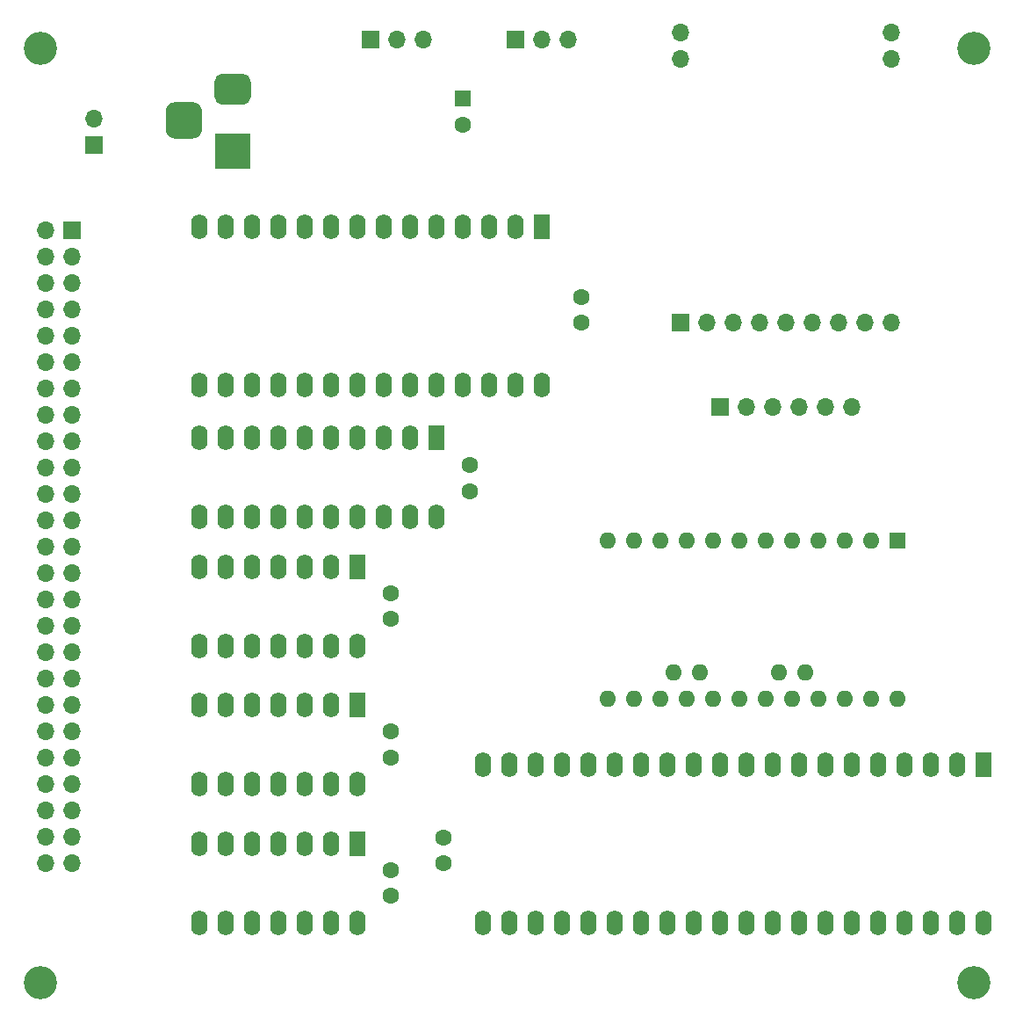
<source format=gbs>
G04 #@! TF.GenerationSoftware,KiCad,Pcbnew,(5.1.9)-1*
G04 #@! TF.CreationDate,2024-08-17T09:13:53+09:00*
G04 #@! TF.ProjectId,MZ700_SD,4d5a3730-305f-4534-942e-6b696361645f,rev?*
G04 #@! TF.SameCoordinates,PX53920b0PY93c3260*
G04 #@! TF.FileFunction,Soldermask,Bot*
G04 #@! TF.FilePolarity,Negative*
%FSLAX46Y46*%
G04 Gerber Fmt 4.6, Leading zero omitted, Abs format (unit mm)*
G04 Created by KiCad (PCBNEW (5.1.9)-1) date 2024-08-17 09:13:53*
%MOMM*%
%LPD*%
G01*
G04 APERTURE LIST*
%ADD10R,1.700000X1.700000*%
%ADD11O,1.700000X1.700000*%
%ADD12C,1.600000*%
%ADD13R,1.600000X2.400000*%
%ADD14O,1.600000X2.400000*%
%ADD15R,3.500000X3.500000*%
%ADD16C,3.200000*%
%ADD17R,1.600000X1.600000*%
%ADD18O,1.600000X1.600000*%
G04 APERTURE END LIST*
D10*
X10160000Y85725000D03*
D11*
X10160000Y88265000D03*
D10*
X66675000Y68580000D03*
D11*
X69215000Y68580000D03*
X71755000Y68580000D03*
X74295000Y68580000D03*
X76835000Y68580000D03*
X79375000Y68580000D03*
X81915000Y68580000D03*
X84455000Y68580000D03*
X86995000Y68580000D03*
X86995000Y96520000D03*
X86995000Y93980000D03*
X66675000Y96520000D03*
X66675000Y93980000D03*
D12*
X43815000Y16510000D03*
X43815000Y19010000D03*
D13*
X53340000Y77805000D03*
D14*
X20320000Y62565000D03*
X50800000Y77805000D03*
X22860000Y62565000D03*
X48260000Y77805000D03*
X25400000Y62565000D03*
X45720000Y77805000D03*
X27940000Y62565000D03*
X43180000Y77805000D03*
X30480000Y62565000D03*
X40640000Y77805000D03*
X33020000Y62565000D03*
X38100000Y77805000D03*
X35560000Y62565000D03*
X35560000Y77805000D03*
X38100000Y62565000D03*
X33020000Y77805000D03*
X40640000Y62565000D03*
X30480000Y77805000D03*
X43180000Y62565000D03*
X27940000Y77805000D03*
X45720000Y62565000D03*
X25400000Y77805000D03*
X48260000Y62565000D03*
X22860000Y77805000D03*
X50800000Y62565000D03*
X20320000Y77805000D03*
X53340000Y62565000D03*
D15*
X23495000Y85090000D03*
G36*
G01*
X22495000Y92590000D02*
X24495000Y92590000D01*
G75*
G02*
X25245000Y91840000I0J-750000D01*
G01*
X25245000Y90340000D01*
G75*
G02*
X24495000Y89590000I-750000J0D01*
G01*
X22495000Y89590000D01*
G75*
G02*
X21745000Y90340000I0J750000D01*
G01*
X21745000Y91840000D01*
G75*
G02*
X22495000Y92590000I750000J0D01*
G01*
G37*
G36*
G01*
X17920000Y89840000D02*
X19670000Y89840000D01*
G75*
G02*
X20545000Y88965000I0J-875000D01*
G01*
X20545000Y87215000D01*
G75*
G02*
X19670000Y86340000I-875000J0D01*
G01*
X17920000Y86340000D01*
G75*
G02*
X17045000Y87215000I0J875000D01*
G01*
X17045000Y88965000D01*
G75*
G02*
X17920000Y89840000I875000J0D01*
G01*
G37*
D10*
X8000000Y77500000D03*
D11*
X5460000Y77500000D03*
X8000000Y74960000D03*
X5460000Y74960000D03*
X8000000Y72420000D03*
X5460000Y72420000D03*
X8000000Y69880000D03*
X5460000Y69880000D03*
X8000000Y67340000D03*
X5460000Y67340000D03*
X8000000Y64800000D03*
X5460000Y64800000D03*
X8000000Y62260000D03*
X5460000Y62260000D03*
X8000000Y59720000D03*
X5460000Y59720000D03*
X8000000Y57180000D03*
X5460000Y57180000D03*
X8000000Y54640000D03*
X5460000Y54640000D03*
X8000000Y52100000D03*
X5460000Y52100000D03*
X8000000Y49560000D03*
X5460000Y49560000D03*
X8000000Y47020000D03*
X5460000Y47020000D03*
X8000000Y44480000D03*
X5460000Y44480000D03*
X8000000Y41940000D03*
X5460000Y41940000D03*
X8000000Y39400000D03*
X5460000Y39400000D03*
X8000000Y36860000D03*
X5460000Y36860000D03*
X8000000Y34320000D03*
X5460000Y34320000D03*
X8000000Y31780000D03*
X5460000Y31780000D03*
X8000000Y29240000D03*
X5460000Y29240000D03*
X8000000Y26700000D03*
X5460000Y26700000D03*
X8000000Y24160000D03*
X5460000Y24160000D03*
X8000000Y21620000D03*
X5460000Y21620000D03*
X8000000Y19080000D03*
X5460000Y19080000D03*
X8000000Y16540000D03*
X5460000Y16540000D03*
X55880000Y95885000D03*
X53340000Y95885000D03*
D10*
X50800000Y95885000D03*
D13*
X95885000Y26035000D03*
D14*
X47625000Y10795000D03*
X93345000Y26035000D03*
X50165000Y10795000D03*
X90805000Y26035000D03*
X52705000Y10795000D03*
X88265000Y26035000D03*
X55245000Y10795000D03*
X85725000Y26035000D03*
X57785000Y10795000D03*
X83185000Y26035000D03*
X60325000Y10795000D03*
X80645000Y26035000D03*
X62865000Y10795000D03*
X78105000Y26035000D03*
X65405000Y10795000D03*
X75565000Y26035000D03*
X67945000Y10795000D03*
X73025000Y26035000D03*
X70485000Y10795000D03*
X70485000Y26035000D03*
X73025000Y10795000D03*
X67945000Y26035000D03*
X75565000Y10795000D03*
X65405000Y26035000D03*
X78105000Y10795000D03*
X62865000Y26035000D03*
X80645000Y10795000D03*
X60325000Y26035000D03*
X83185000Y10795000D03*
X57785000Y26035000D03*
X85725000Y10795000D03*
X55245000Y26035000D03*
X88265000Y10795000D03*
X52705000Y26035000D03*
X90805000Y10795000D03*
X50165000Y26035000D03*
X93345000Y10795000D03*
X47625000Y26035000D03*
X95885000Y10795000D03*
D10*
X36830000Y95885000D03*
D11*
X39370000Y95885000D03*
X41910000Y95885000D03*
D12*
X57150000Y68580000D03*
X57150000Y71080000D03*
D16*
X5000000Y95000000D03*
X95000000Y95000000D03*
X95000000Y5000000D03*
X5000000Y5000000D03*
D17*
X45720000Y90170000D03*
D12*
X45720000Y87670000D03*
D17*
X87630000Y47625000D03*
D18*
X85090000Y47625000D03*
X82550000Y47625000D03*
X59690000Y32385000D03*
X80010000Y47625000D03*
X62230000Y32385000D03*
X77470000Y47625000D03*
X64770000Y32385000D03*
X74930000Y47625000D03*
X67310000Y32385000D03*
X72390000Y47625000D03*
X69850000Y32385000D03*
X69850000Y47625000D03*
X72390000Y32385000D03*
X67310000Y47625000D03*
X74930000Y32385000D03*
X64770000Y47625000D03*
X77470000Y32385000D03*
X62230000Y47625000D03*
X80010000Y32385000D03*
X59690000Y47625000D03*
X82550000Y32385000D03*
X85090000Y32385000D03*
X87630000Y32385000D03*
X78740000Y34925000D03*
X76200000Y34925000D03*
X68580000Y34925000D03*
X66040000Y34925000D03*
D12*
X38735000Y29210000D03*
X38735000Y26710000D03*
X38735000Y40045000D03*
X38735000Y42545000D03*
X38735000Y15875000D03*
X38735000Y13375000D03*
D14*
X35560000Y24130000D03*
X20320000Y31750000D03*
X33020000Y24130000D03*
X22860000Y31750000D03*
X30480000Y24130000D03*
X25400000Y31750000D03*
X27940000Y24130000D03*
X27940000Y31750000D03*
X25400000Y24130000D03*
X30480000Y31750000D03*
X22860000Y24130000D03*
X33020000Y31750000D03*
X20320000Y24130000D03*
D13*
X35560000Y31750000D03*
X35560000Y45085000D03*
D14*
X20320000Y37465000D03*
X33020000Y45085000D03*
X22860000Y37465000D03*
X30480000Y45085000D03*
X25400000Y37465000D03*
X27940000Y45085000D03*
X27940000Y37465000D03*
X25400000Y45085000D03*
X30480000Y37465000D03*
X22860000Y45085000D03*
X33020000Y37465000D03*
X20320000Y45085000D03*
X35560000Y37465000D03*
D13*
X35560000Y18415000D03*
D14*
X20320000Y10795000D03*
X33020000Y18415000D03*
X22860000Y10795000D03*
X30480000Y18415000D03*
X25400000Y10795000D03*
X27940000Y18415000D03*
X27940000Y10795000D03*
X25400000Y18415000D03*
X30480000Y10795000D03*
X22860000Y18415000D03*
X33020000Y10795000D03*
X20320000Y18415000D03*
X35560000Y10795000D03*
D10*
X70500000Y60500000D03*
D11*
X73040000Y60500000D03*
X75580000Y60500000D03*
X78120000Y60500000D03*
X80660000Y60500000D03*
X83200000Y60500000D03*
D12*
X46355000Y54864000D03*
X46355000Y52364000D03*
D13*
X43180000Y57490000D03*
D14*
X20320000Y49870000D03*
X40640000Y57490000D03*
X22860000Y49870000D03*
X38100000Y57490000D03*
X25400000Y49870000D03*
X35560000Y57490000D03*
X27940000Y49870000D03*
X33020000Y57490000D03*
X30480000Y49870000D03*
X30480000Y57490000D03*
X33020000Y49870000D03*
X27940000Y57490000D03*
X35560000Y49870000D03*
X25400000Y57490000D03*
X38100000Y49870000D03*
X22860000Y57490000D03*
X40640000Y49870000D03*
X20320000Y57490000D03*
X43180000Y49870000D03*
M02*

</source>
